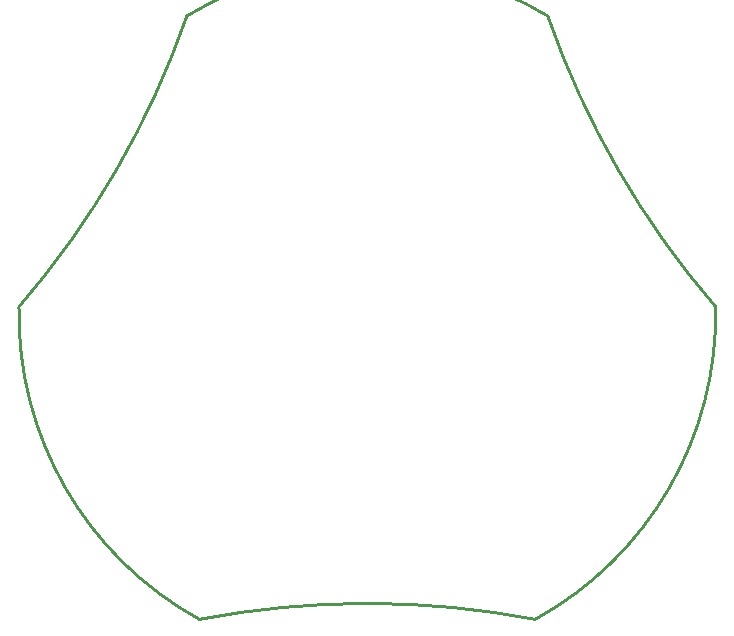
<source format=gbr>
%TF.GenerationSoftware,KiCad,Pcbnew,7.0.9*%
%TF.CreationDate,2023-12-12T19:27:26-05:00*%
%TF.ProjectId,MotorDriver,4d6f746f-7244-4726-9976-65722e6b6963,rev?*%
%TF.SameCoordinates,Original*%
%TF.FileFunction,Profile,NP*%
%FSLAX46Y46*%
G04 Gerber Fmt 4.6, Leading zero omitted, Abs format (unit mm)*
G04 Created by KiCad (PCBNEW 7.0.9) date 2023-12-12 19:27:26*
%MOMM*%
%LPD*%
G01*
G04 APERTURE LIST*
%TA.AperFunction,Profile*%
%ADD10C,0.250000*%
%TD*%
G04 APERTURE END LIST*
D10*
X99099743Y-109385520D02*
G75*
G03*
X113313581Y-134004593I71322757J24765520D01*
G01*
X99099751Y-109385517D02*
G75*
G03*
X68540251Y-109385517I-15279750J-25234484D01*
G01*
X98033831Y-160469897D02*
G75*
G03*
X69606171Y-160469897I-14213830J-74150121D01*
G01*
X98033830Y-160469894D02*
G75*
G03*
X113313580Y-134004593I-14213830J25849894D01*
G01*
X54326420Y-134004593D02*
G75*
G03*
X69606171Y-160469895I29493580J-615407D01*
G01*
X54326421Y-134004593D02*
G75*
G03*
X68540251Y-109385517I-57108965J49384593D01*
G01*
M02*

</source>
